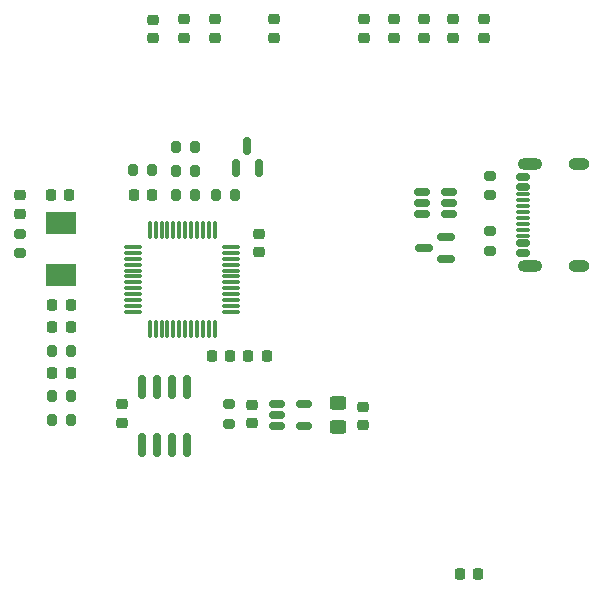
<source format=gbr>
%TF.GenerationSoftware,KiCad,Pcbnew,8.0.1*%
%TF.CreationDate,2024-04-23T17:34:02+02:00*%
%TF.ProjectId,DM50,444d3530-2e6b-4696-9361-645f70636258,rev?*%
%TF.SameCoordinates,Original*%
%TF.FileFunction,Paste,Top*%
%TF.FilePolarity,Positive*%
%FSLAX46Y46*%
G04 Gerber Fmt 4.6, Leading zero omitted, Abs format (unit mm)*
G04 Created by KiCad (PCBNEW 8.0.1) date 2024-04-23 17:34:02*
%MOMM*%
%LPD*%
G01*
G04 APERTURE LIST*
G04 Aperture macros list*
%AMRoundRect*
0 Rectangle with rounded corners*
0 $1 Rounding radius*
0 $2 $3 $4 $5 $6 $7 $8 $9 X,Y pos of 4 corners*
0 Add a 4 corners polygon primitive as box body*
4,1,4,$2,$3,$4,$5,$6,$7,$8,$9,$2,$3,0*
0 Add four circle primitives for the rounded corners*
1,1,$1+$1,$2,$3*
1,1,$1+$1,$4,$5*
1,1,$1+$1,$6,$7*
1,1,$1+$1,$8,$9*
0 Add four rect primitives between the rounded corners*
20,1,$1+$1,$2,$3,$4,$5,0*
20,1,$1+$1,$4,$5,$6,$7,0*
20,1,$1+$1,$6,$7,$8,$9,0*
20,1,$1+$1,$8,$9,$2,$3,0*%
G04 Aperture macros list end*
%ADD10RoundRect,0.225000X-0.225000X-0.250000X0.225000X-0.250000X0.225000X0.250000X-0.225000X0.250000X0*%
%ADD11RoundRect,0.225000X0.225000X0.250000X-0.225000X0.250000X-0.225000X-0.250000X0.225000X-0.250000X0*%
%ADD12RoundRect,0.200000X-0.275000X0.200000X-0.275000X-0.200000X0.275000X-0.200000X0.275000X0.200000X0*%
%ADD13RoundRect,0.200000X-0.200000X-0.275000X0.200000X-0.275000X0.200000X0.275000X-0.200000X0.275000X0*%
%ADD14RoundRect,0.200000X0.275000X-0.200000X0.275000X0.200000X-0.275000X0.200000X-0.275000X-0.200000X0*%
%ADD15RoundRect,0.225000X0.250000X-0.225000X0.250000X0.225000X-0.250000X0.225000X-0.250000X-0.225000X0*%
%ADD16RoundRect,0.225000X-0.250000X0.225000X-0.250000X-0.225000X0.250000X-0.225000X0.250000X0.225000X0*%
%ADD17RoundRect,0.200000X0.200000X0.275000X-0.200000X0.275000X-0.200000X-0.275000X0.200000X-0.275000X0*%
%ADD18RoundRect,0.150000X0.150000X-0.587500X0.150000X0.587500X-0.150000X0.587500X-0.150000X-0.587500X0*%
%ADD19RoundRect,0.150000X-0.512500X-0.150000X0.512500X-0.150000X0.512500X0.150000X-0.512500X0.150000X0*%
%ADD20RoundRect,0.218750X0.218750X0.256250X-0.218750X0.256250X-0.218750X-0.256250X0.218750X-0.256250X0*%
%ADD21RoundRect,0.150000X0.425000X-0.150000X0.425000X0.150000X-0.425000X0.150000X-0.425000X-0.150000X0*%
%ADD22RoundRect,0.075000X0.500000X-0.075000X0.500000X0.075000X-0.500000X0.075000X-0.500000X-0.075000X0*%
%ADD23O,2.100000X1.000000*%
%ADD24O,1.800000X1.000000*%
%ADD25RoundRect,0.150000X0.150000X-0.825000X0.150000X0.825000X-0.150000X0.825000X-0.150000X-0.825000X0*%
%ADD26RoundRect,0.250000X-0.450000X0.325000X-0.450000X-0.325000X0.450000X-0.325000X0.450000X0.325000X0*%
%ADD27R,2.500000X1.900000*%
%ADD28RoundRect,0.075000X-0.662500X-0.075000X0.662500X-0.075000X0.662500X0.075000X-0.662500X0.075000X0*%
%ADD29RoundRect,0.075000X-0.075000X-0.662500X0.075000X-0.662500X0.075000X0.662500X-0.075000X0.662500X0*%
%ADD30RoundRect,0.150000X0.587500X0.150000X-0.587500X0.150000X-0.587500X-0.150000X0.587500X-0.150000X0*%
%ADD31RoundRect,0.150000X0.512500X0.150000X-0.512500X0.150000X-0.512500X-0.150000X0.512500X-0.150000X0*%
G04 APERTURE END LIST*
D10*
%TO.C,C11*%
X71625000Y-52900000D03*
X73175000Y-52900000D03*
%TD*%
D11*
%TO.C,C16*%
X73300000Y-64100000D03*
X71750000Y-64100000D03*
%TD*%
D12*
%TO.C,R12*%
X86700000Y-70600000D03*
X86700000Y-72250000D03*
%TD*%
D13*
%TO.C,R9*%
X85575000Y-52900000D03*
X87225000Y-52900000D03*
%TD*%
D14*
%TO.C,R11*%
X108800000Y-52925000D03*
X108800000Y-51275000D03*
%TD*%
D15*
%TO.C,C19*%
X98000000Y-72400000D03*
X98000000Y-70850000D03*
%TD*%
D16*
%TO.C,C20*%
X88600000Y-70650000D03*
X88600000Y-72200000D03*
%TD*%
D15*
%TO.C,C8*%
X80300000Y-39625000D03*
X80300000Y-38075000D03*
%TD*%
%TO.C,C4*%
X85500000Y-39575000D03*
X85500000Y-38025000D03*
%TD*%
D11*
%TO.C,C13*%
X73275000Y-62200000D03*
X71725000Y-62200000D03*
%TD*%
D13*
%TO.C,R7*%
X78550000Y-50800000D03*
X80200000Y-50800000D03*
%TD*%
D15*
%TO.C,C10*%
X69000000Y-54475000D03*
X69000000Y-52925000D03*
%TD*%
D17*
%TO.C,R5*%
X73325000Y-71900000D03*
X71675000Y-71900000D03*
%TD*%
D16*
%TO.C,C6*%
X98100000Y-38025000D03*
X98100000Y-39575000D03*
%TD*%
D15*
%TO.C,C9*%
X90500000Y-39575000D03*
X90500000Y-38025000D03*
%TD*%
D16*
%TO.C,C1*%
X108300000Y-38025000D03*
X108300000Y-39575000D03*
%TD*%
D12*
%TO.C,R10*%
X108800000Y-55975000D03*
X108800000Y-57625000D03*
%TD*%
D18*
%TO.C,Q1*%
X87300000Y-50600000D03*
X89200000Y-50600000D03*
X88250000Y-48725000D03*
%TD*%
D13*
%TO.C,R2*%
X82175000Y-50900000D03*
X83825000Y-50900000D03*
%TD*%
D19*
%TO.C,U5*%
X90775000Y-70575000D03*
X90775000Y-71525000D03*
X90775000Y-72475000D03*
X93050000Y-72475000D03*
X93050000Y-70575000D03*
%TD*%
D16*
%TO.C,C2*%
X105700000Y-38025000D03*
X105700000Y-39575000D03*
%TD*%
%TO.C,C3*%
X103200000Y-38025000D03*
X103200000Y-39575000D03*
%TD*%
%TO.C,C7*%
X82900000Y-38025000D03*
X82900000Y-39575000D03*
%TD*%
D11*
%TO.C,C15*%
X89881000Y-66537500D03*
X88331000Y-66537500D03*
%TD*%
D17*
%TO.C,R3*%
X73325000Y-69900000D03*
X71675000Y-69900000D03*
%TD*%
D16*
%TO.C,C5*%
X100700000Y-38025000D03*
X100700000Y-39575000D03*
%TD*%
D10*
%TO.C,C17*%
X78625000Y-52900000D03*
X80175000Y-52900000D03*
%TD*%
D13*
%TO.C,R8*%
X82175000Y-48800000D03*
X83825000Y-48800000D03*
%TD*%
D17*
%TO.C,R4*%
X83825000Y-52900000D03*
X82175000Y-52900000D03*
%TD*%
D20*
%TO.C,D1*%
X107787500Y-85000000D03*
X106212500Y-85000000D03*
%TD*%
D11*
%TO.C,C12*%
X73275000Y-68000000D03*
X71725000Y-68000000D03*
%TD*%
D10*
%TO.C,C21*%
X85231000Y-66537500D03*
X86781000Y-66537500D03*
%TD*%
D21*
%TO.C,J2*%
X111610000Y-57790000D03*
X111610000Y-56990000D03*
D22*
X111610000Y-55840000D03*
X111610000Y-54840000D03*
X111610000Y-54340000D03*
X111610000Y-53340000D03*
D21*
X111610000Y-52190000D03*
X111610000Y-51390000D03*
X111610000Y-51390000D03*
X111610000Y-52190000D03*
D22*
X111610000Y-52840000D03*
X111610000Y-53840000D03*
X111610000Y-55340000D03*
X111610000Y-56340000D03*
D21*
X111610000Y-56990000D03*
X111610000Y-57790000D03*
D23*
X112185000Y-58910000D03*
D24*
X116365000Y-58910000D03*
D23*
X112185000Y-50270000D03*
D24*
X116365000Y-50270000D03*
%TD*%
D16*
%TO.C,C14*%
X89231000Y-56162500D03*
X89231000Y-57712500D03*
%TD*%
D14*
%TO.C,R1*%
X69000000Y-57825000D03*
X69000000Y-56175000D03*
%TD*%
D25*
%TO.C,U3*%
X79295000Y-74075000D03*
X80565000Y-74075000D03*
X81835000Y-74075000D03*
X83105000Y-74075000D03*
X83105000Y-69125000D03*
X81835000Y-69125000D03*
X80565000Y-69125000D03*
X79295000Y-69125000D03*
%TD*%
D26*
%TO.C,L1*%
X95900000Y-70500000D03*
X95900000Y-72550000D03*
%TD*%
D27*
%TO.C,Y1*%
X72500000Y-59700000D03*
X72500000Y-55300000D03*
%TD*%
D13*
%TO.C,R6*%
X71675000Y-66100000D03*
X73325000Y-66100000D03*
%TD*%
D16*
%TO.C,C18*%
X77600000Y-70625000D03*
X77600000Y-72175000D03*
%TD*%
D28*
%TO.C,U2*%
X78568500Y-57287500D03*
X78568500Y-57787500D03*
X78568500Y-58287500D03*
X78568500Y-58787500D03*
X78568500Y-59287500D03*
X78568500Y-59787500D03*
X78568500Y-60287500D03*
X78568500Y-60787500D03*
X78568500Y-61287500D03*
X78568500Y-61787500D03*
X78568500Y-62287500D03*
X78568500Y-62787500D03*
D29*
X79981000Y-64200000D03*
X80481000Y-64200000D03*
X80981000Y-64200000D03*
X81481000Y-64200000D03*
X81981000Y-64200000D03*
X82481000Y-64200000D03*
X82981000Y-64200000D03*
X83481000Y-64200000D03*
X83981000Y-64200000D03*
X84481000Y-64200000D03*
X84981000Y-64200000D03*
X85481000Y-64200000D03*
D28*
X86893500Y-62787500D03*
X86893500Y-62287500D03*
X86893500Y-61787500D03*
X86893500Y-61287500D03*
X86893500Y-60787500D03*
X86893500Y-60287500D03*
X86893500Y-59787500D03*
X86893500Y-59287500D03*
X86893500Y-58787500D03*
X86893500Y-58287500D03*
X86893500Y-57787500D03*
X86893500Y-57287500D03*
D29*
X85481000Y-55875000D03*
X84981000Y-55875000D03*
X84481000Y-55875000D03*
X83981000Y-55875000D03*
X83481000Y-55875000D03*
X82981000Y-55875000D03*
X82481000Y-55875000D03*
X81981000Y-55875000D03*
X81481000Y-55875000D03*
X80981000Y-55875000D03*
X80481000Y-55875000D03*
X79981000Y-55875000D03*
%TD*%
D30*
%TO.C,D2*%
X105037500Y-58350000D03*
X105037500Y-56450000D03*
X103162500Y-57400000D03*
%TD*%
D31*
%TO.C,U4*%
X105337500Y-54525000D03*
X105337500Y-53575000D03*
X105337500Y-52625000D03*
X103062500Y-52625000D03*
X103062500Y-53575000D03*
X103062500Y-54525000D03*
%TD*%
M02*

</source>
